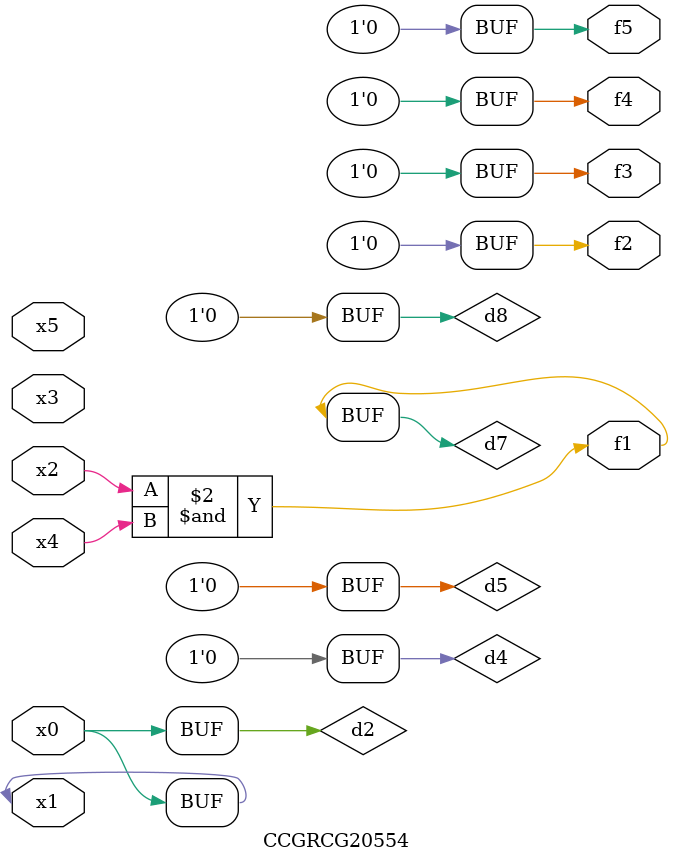
<source format=v>
module CCGRCG20554(
	input x0, x1, x2, x3, x4, x5,
	output f1, f2, f3, f4, f5
);

	wire d1, d2, d3, d4, d5, d6, d7, d8, d9;

	nand (d1, x1);
	buf (d2, x0, x1);
	nand (d3, x2, x4);
	and (d4, d1, d2);
	and (d5, d1, d2);
	nand (d6, d1, d3);
	not (d7, d3);
	xor (d8, d5);
	nor (d9, d5, d6);
	assign f1 = d7;
	assign f2 = d8;
	assign f3 = d8;
	assign f4 = d8;
	assign f5 = d8;
endmodule

</source>
